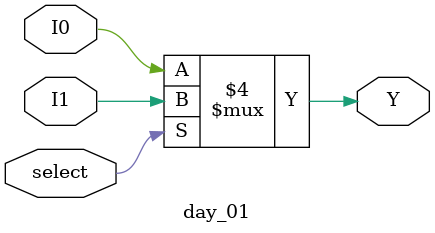
<source format=v>
`timescale 1ns / 1ps


module day_01(
output reg Y,
input I0,I1,
input select
    );
  always@(select,I0, I1)
  begin
  Y<=1'bx;
  if(select==1'b1)
  begin
  Y<=I1;
  end
  else
  begin
  Y<=I0;
  end
  end  
    
endmodule

</source>
